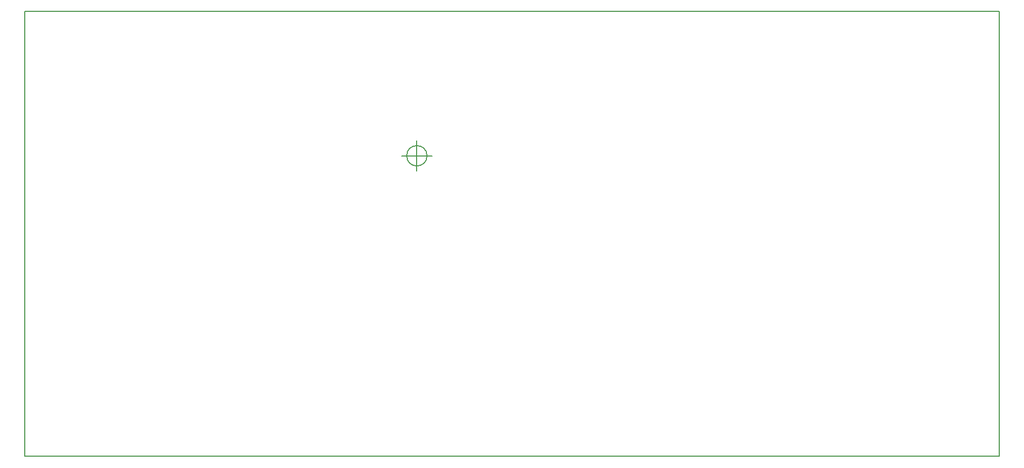
<source format=gbo>
G04 #@! TF.GenerationSoftware,KiCad,Pcbnew,(5.1.2)-2*
G04 #@! TF.CreationDate,2019-07-18T18:36:51+09:00*
G04 #@! TF.ProjectId,mainPCB,6d61696e-5043-4422-9e6b-696361645f70,rev?*
G04 #@! TF.SameCoordinates,PX10a2f70PY6979248*
G04 #@! TF.FileFunction,Legend,Bot*
G04 #@! TF.FilePolarity,Positive*
%FSLAX46Y46*%
G04 Gerber Fmt 4.6, Leading zero omitted, Abs format (unit mm)*
G04 Created by KiCad (PCBNEW (5.1.2)-2) date 2019-07-18 18:36:51*
%MOMM*%
%LPD*%
G04 APERTURE LIST*
%ADD10C,0.150000*%
%ADD11R,1.780000X1.780000*%
%ADD12O,1.780000X1.780000*%
%ADD13C,1.730000*%
%ADD14C,2.480000*%
%ADD15C,1.780000*%
%ADD16C,4.680000*%
%ADD17O,1.980000X1.280000*%
%ADD18C,1.530000*%
%ADD19C,3.330000*%
%ADD20C,2.680000*%
%ADD21C,1.970000*%
%ADD22C,1.980000*%
%ADD23R,1.980000X1.980000*%
%ADD24C,3.280000*%
%ADD25C,4.380000*%
G04 APERTURE END LIST*
D10*
X66055666Y49418240D02*
G75*
G03X66055666Y49418240I-1666666J0D01*
G01*
X61889000Y49418240D02*
X66889000Y49418240D01*
X64389000Y51918240D02*
X64389000Y46918240D01*
X17780Y73131680D02*
X17780Y-20320D01*
X160037780Y73131680D02*
X17780Y73131680D01*
X160037780Y-20320D02*
X160037780Y73131680D01*
X17780Y-20320D02*
X160037780Y-20320D01*
%LPC*%
D11*
X150215600Y50038000D03*
D12*
X152755600Y50038000D03*
D13*
X145299440Y65590680D03*
X142799440Y65590680D03*
X140299440Y65590680D03*
X137799440Y65590680D03*
X135299440Y65590680D03*
X125061040Y65565520D03*
X122561040Y65565520D03*
X120061040Y65565520D03*
X117561040Y65565520D03*
X115061040Y65565520D03*
X112561040Y65565520D03*
X99400040Y65881840D03*
X101900040Y65881840D03*
X69172280Y65620640D03*
X66672280Y65620640D03*
X64172280Y65620640D03*
X61672280Y65620640D03*
X59172280Y65620640D03*
X56672280Y65620640D03*
X54172280Y65620640D03*
D14*
X24117920Y63018280D03*
X29117920Y63018280D03*
X34117920Y63018280D03*
X39117920Y63018280D03*
D15*
X150735760Y25386080D03*
X150735760Y28126080D03*
X150735760Y30866080D03*
X150735760Y33606080D03*
X150735760Y36346080D03*
X153575760Y26756080D03*
X153575760Y29496080D03*
X153575760Y32236080D03*
X153575760Y34976080D03*
D16*
X152155760Y18371080D03*
X152155760Y43361080D03*
D17*
X158146000Y60304560D03*
X158146000Y53304560D03*
D18*
X155446000Y59304560D03*
X155446000Y54304560D03*
D12*
X104157780Y49192180D03*
X104157780Y51732180D03*
X106697780Y49192180D03*
D11*
X106697780Y51732180D03*
D19*
X79329280Y62072680D03*
X90759280Y62072680D03*
D20*
X77269280Y59022680D03*
X92819280Y59022680D03*
D21*
X91369280Y66972680D03*
X88829280Y65452680D03*
X81259280Y66972680D03*
X78719280Y65452680D03*
D22*
X80599280Y53192680D03*
X81869280Y55732680D03*
X83139280Y53192680D03*
X84409280Y55732680D03*
X85679280Y53192680D03*
X86949280Y55732680D03*
X88219280Y53192680D03*
D23*
X89489280Y55732680D03*
D12*
X61371480Y35580320D03*
X58831480Y35580320D03*
X56291480Y35580320D03*
D11*
X53751480Y35580320D03*
D12*
X117111780Y10901680D03*
X119651780Y10901680D03*
X122191780Y10901680D03*
D11*
X124731780Y10901680D03*
D24*
X97723960Y56890920D03*
X11130280Y28173680D03*
X11130280Y45064680D03*
D25*
X152671780Y5694680D03*
X10876280Y5694680D03*
X11066780Y65638680D03*
X152481280Y65638680D03*
D12*
X97744280Y42905680D03*
X97744280Y40365680D03*
X97744280Y37825680D03*
X97744280Y35285680D03*
X97744280Y32745680D03*
X97744280Y30205680D03*
X97744280Y27665680D03*
D11*
X97744280Y25125680D03*
D12*
X146004280Y46969680D03*
X146004280Y44429680D03*
X146004280Y41889680D03*
X146004280Y39349680D03*
X146004280Y36809680D03*
X146004280Y34269680D03*
X146004280Y31729680D03*
D11*
X146004280Y29189680D03*
D12*
X146004280Y25125680D03*
X146004280Y22585680D03*
X146004280Y20045680D03*
X146004280Y17505680D03*
X146004280Y14965680D03*
X146004280Y12425680D03*
X146004280Y9885680D03*
D11*
X146004280Y7345680D03*
D24*
X130764280Y4805680D03*
M02*

</source>
